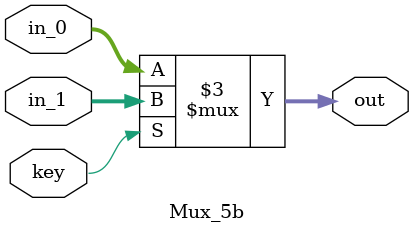
<source format=v>
module Mux_5b (input [4:0] in_0, input [4:0] in_1, input key, output reg [4:0] out);

always @ (key or in_0 or in_1)
begin
	if (key)
		out <= in_1;
	else
		out <= in_0;
end

endmodule 
</source>
